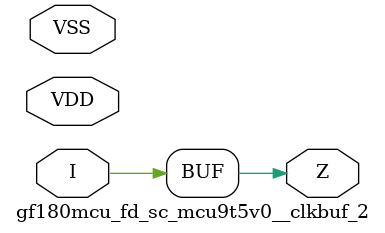
<source format=v>

module gf180mcu_fd_sc_mcu9t5v0__clkbuf_2( I, Z, VDD, VSS );
input I;
inout VDD, VSS;
output Z;

	buf MGM_BG_0( Z, I );

endmodule

</source>
